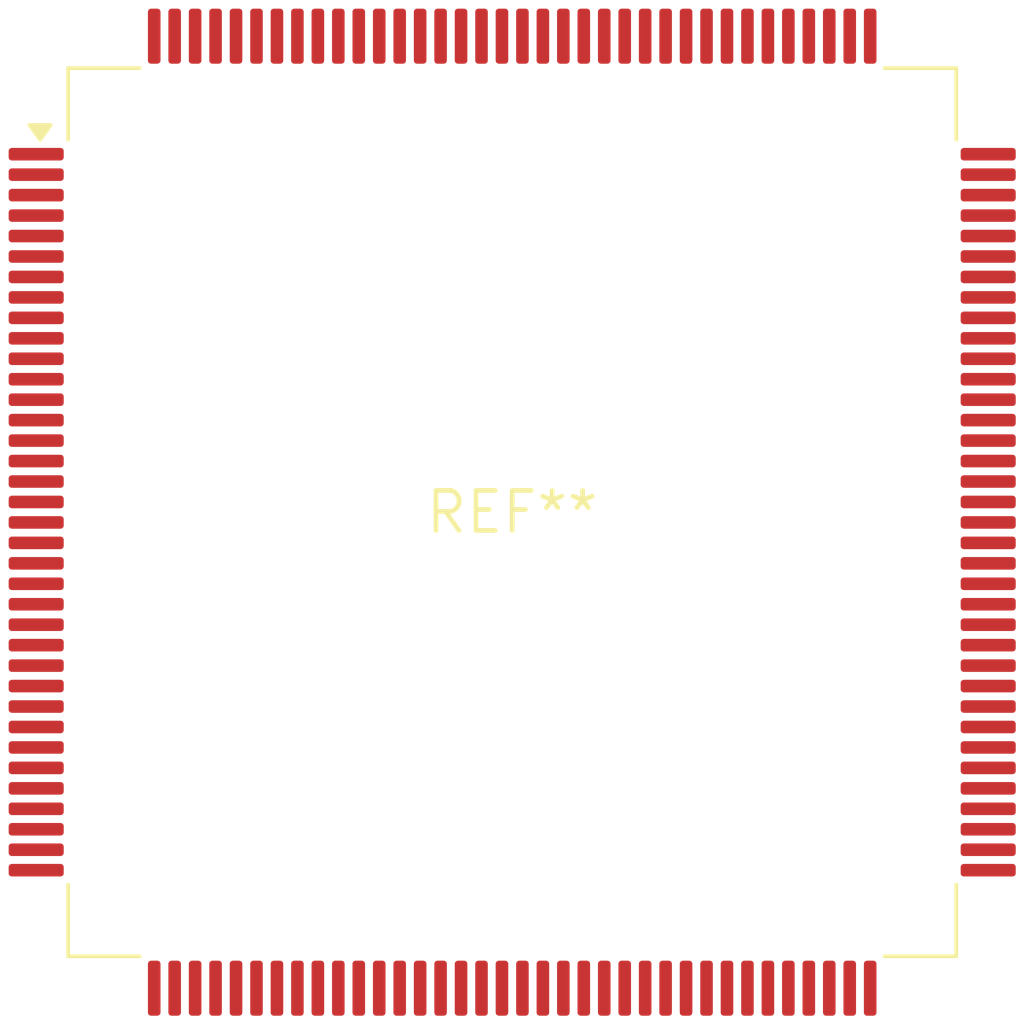
<source format=kicad_pcb>
(kicad_pcb (version 20240108) (generator pcbnew)
  (layers (0 "F.Cu" signal) (31 "B.Cu" signal) (34 "B.Paste" user) (35 "F.Paste" user) (36 "B.SilkS" user "B.Silkscreen") (37 "F.SilkS" user "F.Silkscreen") (38 "B.Mask" user) (39 "F.Mask" user) (44 "Edge.Cuts" user))
  (net 0 "")
  (footprint "PQFP-144_28x28mm_P0.65mm" (layer "F.Cu") (at 0 0)
    (property "Reference" "REF**")
    (property "Value" "PQFP-144_28x28mm_P0.65mm")
    (fp_line (start -14.11 -14.11) (end -14.11 -11.835) (layer "F.SilkS") (stroke (width 0.12)))
    (fp_line (start -14.11 14.11) (end -14.11 11.835) (layer "F.SilkS") (stroke (width 0.12)))
    (fp_line (start -11.835 -14.11) (end -14.11 -14.11) (layer "F.SilkS") (stroke (width 0.12)))
    (fp_line (start -11.835 14.11) (end -14.11 14.11) (layer "F.SilkS") (stroke (width 0.12)))
    (fp_line (start 11.835 -14.11) (end 14.11 -14.11) (layer "F.SilkS") (stroke (width 0.12)))
    (fp_line (start 11.835 14.11) (end 14.11 14.11) (layer "F.SilkS") (stroke (width 0.12)))
    (fp_line (start 14.11 -14.11) (end 14.11 -11.835) (layer "F.SilkS") (stroke (width 0.12)))
    (fp_line (start 14.11 14.11) (end 14.11 11.835) (layer "F.SilkS") (stroke (width 0.12)))
    (fp_poly (pts (xy -15 -11.835) (xy -15.34 -12.305) (xy -14.66 -12.305) (xy -15 -11.835)) (layer "F.SilkS") (stroke (width 0.12)) (fill solid))
    (pad "1" smd roundrect (at -15.125 -11.375) (size 1.75 0.4) (layers "F.Cu" "F.Paste" "F.Mask"))
    (pad "2" smd roundrect (at -15.125 -10.725) (size 1.75 0.4) (layers "F.Cu" "F.Paste" "F.Mask"))
    (pad "3" smd roundrect (at -15.125 -10.075) (size 1.75 0.4) (layers "F.Cu" "F.Paste" "F.Mask"))
    (pad "4" smd roundrect (at -15.125 -9.425) (size 1.75 0.4) (layers "F.Cu" "F.Paste" "F.Mask"))
    (pad "5" smd roundrect (at -15.125 -8.775) (size 1.75 0.4) (layers "F.Cu" "F.Paste" "F.Mask"))
    (pad "6" smd roundrect (at -15.125 -8.125) (size 1.75 0.4) (layers "F.Cu" "F.Paste" "F.Mask"))
    (pad "7" smd roundrect (at -15.125 -7.475) (size 1.75 0.4) (layers "F.Cu" "F.Paste" "F.Mask"))
    (pad "8" smd roundrect (at -15.125 -6.825) (size 1.75 0.4) (layers "F.Cu" "F.Paste" "F.Mask"))
    (pad "9" smd roundrect (at -15.125 -6.175) (size 1.75 0.4) (layers "F.Cu" "F.Paste" "F.Mask"))
    (pad "10" smd roundrect (at -15.125 -5.525) (size 1.75 0.4) (layers "F.Cu" "F.Paste" "F.Mask"))
    (pad "11" smd roundrect (at -15.125 -4.875) (size 1.75 0.4) (layers "F.Cu" "F.Paste" "F.Mask"))
    (pad "12" smd roundrect (at -15.125 -4.225) (size 1.75 0.4) (layers "F.Cu" "F.Paste" "F.Mask"))
    (pad "13" smd roundrect (at -15.125 -3.575) (size 1.75 0.4) (layers "F.Cu" "F.Paste" "F.Mask"))
    (pad "14" smd roundrect (at -15.125 -2.925) (size 1.75 0.4) (layers "F.Cu" "F.Paste" "F.Mask"))
    (pad "15" smd roundrect (at -15.125 -2.275) (size 1.75 0.4) (layers "F.Cu" "F.Paste" "F.Mask"))
    (pad "16" smd roundrect (at -15.125 -1.625) (size 1.75 0.4) (layers "F.Cu" "F.Paste" "F.Mask"))
    (pad "17" smd roundrect (at -15.125 -0.975) (size 1.75 0.4) (layers "F.Cu" "F.Paste" "F.Mask"))
    (pad "18" smd roundrect (at -15.125 -0.325) (size 1.75 0.4) (layers "F.Cu" "F.Paste" "F.Mask"))
    (pad "19" smd roundrect (at -15.125 0.325) (size 1.75 0.4) (layers "F.Cu" "F.Paste" "F.Mask"))
    (pad "20" smd roundrect (at -15.125 0.975) (size 1.75 0.4) (layers "F.Cu" "F.Paste" "F.Mask"))
    (pad "21" smd roundrect (at -15.125 1.625) (size 1.75 0.4) (layers "F.Cu" "F.Paste" "F.Mask"))
    (pad "22" smd roundrect (at -15.125 2.275) (size 1.75 0.4) (layers "F.Cu" "F.Paste" "F.Mask"))
    (pad "23" smd roundrect (at -15.125 2.925) (size 1.75 0.4) (layers "F.Cu" "F.Paste" "F.Mask"))
    (pad "24" smd roundrect (at -15.125 3.575) (size 1.75 0.4) (layers "F.Cu" "F.Paste" "F.Mask"))
    (pad "25" smd roundrect (at -15.125 4.225) (size 1.75 0.4) (layers "F.Cu" "F.Paste" "F.Mask"))
    (pad "26" smd roundrect (at -15.125 4.875) (size 1.75 0.4) (layers "F.Cu" "F.Paste" "F.Mask"))
    (pad "27" smd roundrect (at -15.125 5.525) (size 1.75 0.4) (layers "F.Cu" "F.Paste" "F.Mask"))
    (pad "28" smd roundrect (at -15.125 6.175) (size 1.75 0.4) (layers "F.Cu" "F.Paste" "F.Mask"))
    (pad "29" smd roundrect (at -15.125 6.825) (size 1.75 0.4) (layers "F.Cu" "F.Paste" "F.Mask"))
    (pad "30" smd roundrect (at -15.125 7.475) (size 1.75 0.4) (layers "F.Cu" "F.Paste" "F.Mask"))
    (pad "31" smd roundrect (at -15.125 8.125) (size 1.75 0.4) (layers "F.Cu" "F.Paste" "F.Mask"))
    (pad "32" smd roundrect (at -15.125 8.775) (size 1.75 0.4) (layers "F.Cu" "F.Paste" "F.Mask"))
    (pad "33" smd roundrect (at -15.125 9.425) (size 1.75 0.4) (layers "F.Cu" "F.Paste" "F.Mask"))
    (pad "34" smd roundrect (at -15.125 10.075) (size 1.75 0.4) (layers "F.Cu" "F.Paste" "F.Mask"))
    (pad "35" smd roundrect (at -15.125 10.725) (size 1.75 0.4) (layers "F.Cu" "F.Paste" "F.Mask"))
    (pad "36" smd roundrect (at -15.125 11.375) (size 1.75 0.4) (layers "F.Cu" "F.Paste" "F.Mask"))
    (pad "37" smd roundrect (at -11.375 15.125) (size 0.4 1.75) (layers "F.Cu" "F.Paste" "F.Mask"))
    (pad "38" smd roundrect (at -10.725 15.125) (size 0.4 1.75) (layers "F.Cu" "F.Paste" "F.Mask"))
    (pad "39" smd roundrect (at -10.075 15.125) (size 0.4 1.75) (layers "F.Cu" "F.Paste" "F.Mask"))
    (pad "40" smd roundrect (at -9.425 15.125) (size 0.4 1.75) (layers "F.Cu" "F.Paste" "F.Mask"))
    (pad "41" smd roundrect (at -8.775 15.125) (size 0.4 1.75) (layers "F.Cu" "F.Paste" "F.Mask"))
    (pad "42" smd roundrect (at -8.125 15.125) (size 0.4 1.75) (layers "F.Cu" "F.Paste" "F.Mask"))
    (pad "43" smd roundrect (at -7.475 15.125) (size 0.4 1.75) (layers "F.Cu" "F.Paste" "F.Mask"))
    (pad "44" smd roundrect (at -6.825 15.125) (size 0.4 1.75) (layers "F.Cu" "F.Paste" "F.Mask"))
    (pad "45" smd roundrect (at -6.175 15.125) (size 0.4 1.75) (layers "F.Cu" "F.Paste" "F.Mask"))
    (pad "46" smd roundrect (at -5.525 15.125) (size 0.4 1.75) (layers "F.Cu" "F.Paste" "F.Mask"))
    (pad "47" smd roundrect (at -4.875 15.125) (size 0.4 1.75) (layers "F.Cu" "F.Paste" "F.Mask"))
    (pad "48" smd roundrect (at -4.225 15.125) (size 0.4 1.75) (layers "F.Cu" "F.Paste" "F.Mask"))
    (pad "49" smd roundrect (at -3.575 15.125) (size 0.4 1.75) (layers "F.Cu" "F.Paste" "F.Mask"))
    (pad "50" smd roundrect (at -2.925 15.125) (size 0.4 1.75) (layers "F.Cu" "F.Paste" "F.Mask"))
    (pad "51" smd roundrect (at -2.275 15.125) (size 0.4 1.75) (layers "F.Cu" "F.Paste" "F.Mask"))
    (pad "52" smd roundrect (at -1.625 15.125) (size 0.4 1.75) (layers "F.Cu" "F.Paste" "F.Mask"))
    (pad "53" smd roundrect (at -0.975 15.125) (size 0.4 1.75) (layers "F.Cu" "F.Paste" "F.Mask"))
    (pad "54" smd roundrect (at -0.325 15.125) (size 0.4 1.75) (layers "F.Cu" "F.Paste" "F.Mask"))
    (pad "55" smd roundrect (at 0.325 15.125) (size 0.4 1.75) (layers "F.Cu" "F.Paste" "F.Mask"))
    (pad "56" smd roundrect (at 0.975 15.125) (size 0.4 1.75) (layers "F.Cu" "F.Paste" "F.Mask"))
    (pad "57" smd roundrect (at 1.625 15.125) (size 0.4 1.75) (layers "F.Cu" "F.Paste" "F.Mask"))
    (pad "58" smd roundrect (at 2.275 15.125) (size 0.4 1.75) (layers "F.Cu" "F.Paste" "F.Mask"))
    (pad "59" smd roundrect (at 2.925 15.125) (size 0.4 1.75) (layers "F.Cu" "F.Paste" "F.Mask"))
    (pad "60" smd roundrect (at 3.575 15.125) (size 0.4 1.75) (layers "F.Cu" "F.Paste" "F.Mask"))
    (pad "61" smd roundrect (at 4.225 15.125) (size 0.4 1.75) (layers "F.Cu" "F.Paste" "F.Mask"))
    (pad "62" smd roundrect (at 4.875 15.125) (size 0.4 1.75) (layers "F.Cu" "F.Paste" "F.Mask"))
    (pad "63" smd roundrect (at 5.525 15.125) (size 0.4 1.75) (layers "F.Cu" "F.Paste" "F.Mask"))
    (pad "64" smd roundrect (at 6.175 15.125) (size 0.4 1.75) (layers "F.Cu" "F.Paste" "F.Mask"))
    (pad "65" smd roundrect (at 6.825 15.125) (size 0.4 1.75) (layers "F.Cu" "F.Paste" "F.Mask"))
    (pad "66" smd roundrect (at 7.475 15.125) (size 0.4 1.75) (layers "F.Cu" "F.Paste" "F.Mask"))
    (pad "67" smd roundrect (at 8.125 15.125) (size 0.4 1.75) (layers "F.Cu" "F.Paste" "F.Mask"))
    (pad "68" smd roundrect (at 8.775 15.125) (size 0.4 1.75) (layers "F.Cu" "F.Paste" "F.Mask"))
    (pad "69" smd roundrect (at 9.425 15.125) (size 0.4 1.75) (layers "F.Cu" "F.Paste" "F.Mask"))
    (pad "70" smd roundrect (at 10.075 15.125) (size 0.4 1.75) (layers "F.Cu" "F.Paste" "F.Mask"))
    (pad "71" smd roundrect (at 10.725 15.125) (size 0.4 1.75) (layers "F.Cu" "F.Paste" "F.Mask"))
    (pad "72" smd roundrect (at 11.375 15.125) (size 0.4 1.75) (layers "F.Cu" "F.Paste" "F.Mask"))
    (pad "73" smd roundrect (at 15.125 11.375) (size 1.75 0.4) (layers "F.Cu" "F.Paste" "F.Mask"))
    (pad "74" smd roundrect (at 15.125 10.725) (size 1.75 0.4) (layers "F.Cu" "F.Paste" "F.Mask"))
    (pad "75" smd roundrect (at 15.125 10.075) (size 1.75 0.4) (layers "F.Cu" "F.Paste" "F.Mask"))
    (pad "76" smd roundrect (at 15.125 9.425) (size 1.75 0.4) (layers "F.Cu" "F.Paste" "F.Mask"))
    (pad "77" smd roundrect (at 15.125 8.775) (size 1.75 0.4) (layers "F.Cu" "F.Paste" "F.Mask"))
    (pad "78" smd roundrect (at 15.125 8.125) (size 1.75 0.4) (layers "F.Cu" "F.Paste" "F.Mask"))
    (pad "79" smd roundrect (at 15.125 7.475) (size 1.75 0.4) (layers "F.Cu" "F.Paste" "F.Mask"))
    (pad "80" smd roundrect (at 15.125 6.825) (size 1.75 0.4) (layers "F.Cu" "F.Paste" "F.Mask"))
    (pad "81" smd roundrect (at 15.125 6.175) (size 1.75 0.4) (layers "F.Cu" "F.Paste" "F.Mask"))
    (pad "82" smd roundrect (at 15.125 5.525) (size 1.75 0.4) (layers "F.Cu" "F.Paste" "F.Mask"))
    (pad "83" smd roundrect (at 15.125 4.875) (size 1.75 0.4) (layers "F.Cu" "F.Paste" "F.Mask"))
    (pad "84" smd roundrect (at 15.125 4.225) (size 1.75 0.4) (layers "F.Cu" "F.Paste" "F.Mask"))
    (pad "85" smd roundrect (at 15.125 3.575) (size 1.75 0.4) (layers "F.Cu" "F.Paste" "F.Mask"))
    (pad "86" smd roundrect (at 15.125 2.925) (size 1.75 0.4) (layers "F.Cu" "F.Paste" "F.Mask"))
    (pad "87" smd roundrect (at 15.125 2.275) (size 1.75 0.4) (layers "F.Cu" "F.Paste" "F.Mask"))
    (pad "88" smd roundrect (at 15.125 1.625) (size 1.75 0.4) (layers "F.Cu" "F.Paste" "F.Mask"))
    (pad "89" smd roundrect (at 15.125 0.975) (size 1.75 0.4) (layers "F.Cu" "F.Paste" "F.Mask"))
    (pad "90" smd roundrect (at 15.125 0.325) (size 1.75 0.4) (layers "F.Cu" "F.Paste" "F.Mask"))
    (pad "91" smd roundrect (at 15.125 -0.325) (size 1.75 0.4) (layers "F.Cu" "F.Paste" "F.Mask"))
    (pad "92" smd roundrect (at 15.125 -0.975) (size 1.75 0.4) (layers "F.Cu" "F.Paste" "F.Mask"))
    (pad "93" smd roundrect (at 15.125 -1.625) (size 1.75 0.4) (layers "F.Cu" "F.Paste" "F.Mask"))
    (pad "94" smd roundrect (at 15.125 -2.275) (size 1.75 0.4) (layers "F.Cu" "F.Paste" "F.Mask"))
    (pad "95" smd roundrect (at 15.125 -2.925) (size 1.75 0.4) (layers "F.Cu" "F.Paste" "F.Mask"))
    (pad "96" smd roundrect (at 15.125 -3.575) (size 1.75 0.4) (layers "F.Cu" "F.Paste" "F.Mask"))
    (pad "97" smd roundrect (at 15.125 -4.225) (size 1.75 0.4) (layers "F.Cu" "F.Paste" "F.Mask"))
    (pad "98" smd roundrect (at 15.125 -4.875) (size 1.75 0.4) (layers "F.Cu" "F.Paste" "F.Mask"))
    (pad "99" smd roundrect (at 15.125 -5.525) (size 1.75 0.4) (layers "F.Cu" "F.Paste" "F.Mask"))
    (pad "100" smd roundrect (at 15.125 -6.175) (size 1.75 0.4) (layers "F.Cu" "F.Paste" "F.Mask"))
    (pad "101" smd roundrect (at 15.125 -6.825) (size 1.75 0.4) (layers "F.Cu" "F.Paste" "F.Mask"))
    (pad "102" smd roundrect (at 15.125 -7.475) (size 1.75 0.4) (layers "F.Cu" "F.Paste" "F.Mask"))
    (pad "103" smd roundrect (at 15.125 -8.125) (size 1.75 0.4) (layers "F.Cu" "F.Paste" "F.Mask"))
    (pad "104" smd roundrect (at 15.125 -8.775) (size 1.75 0.4) (layers "F.Cu" "F.Paste" "F.Mask"))
    (pad "105" smd roundrect (at 15.125 -9.425) (size 1.75 0.4) (layers "F.Cu" "F.Paste" "F.Mask"))
    (pad "106" smd roundrect (at 15.125 -10.075) (size 1.75 0.4) (layers "F.Cu" "F.Paste" "F.Mask"))
    (pad "107" smd roundrect (at 15.125 -10.725) (size 1.75 0.4) (layers "F.Cu" "F.Paste" "F.Mask"))
    (pad "108" smd roundrect (at 15.125 -11.375) (size 1.75 0.4) (layers "F.Cu" "F.Paste" "F.Mask"))
    (pad "109" smd roundrect (at 11.375 -15.125) (size 0.4 1.75) (layers "F.Cu" "F.Paste" "F.Mask"))
    (pad "110" smd roundrect (at 10.725 -15.125) (size 0.4 1.75) (layers "F.Cu" "F.Paste" "F.Mask"))
    (pad "111" smd roundrect (at 10.075 -15.125) (size 0.4 1.75) (layers "F.Cu" "F.Paste" "F.Mask"))
    (pad "112" smd roundrect (at 9.425 -15.125) (size 0.4 1.75) (layers "F.Cu" "F.Paste" "F.Mask"))
    (pad "113" smd roundrect (at 8.775 -15.125) (size 0.4 1.75) (layers "F.Cu" "F.Paste" "F.Mask"))
    (pad "114" smd roundrect (at 8.125 -15.125) (size 0.4 1.75) (layers "F.Cu" "F.Paste" "F.Mask"))
    (pad "115" smd roundrect (at 7.475 -15.125) (size 0.4 1.75) (layers "F.Cu" "F.Paste" "F.Mask"))
    (pad "116" smd roundrect (at 6.825 -15.125) (size 0.4 1.75) (layers "F.Cu" "F.Paste" "F.Mask"))
    (pad "117" smd roundrect (at 6.175 -15.125) (size 0.4 1.75) (layers "F.Cu" "F.Paste" "F.Mask"))
    (pad "118" smd roundrect (at 5.525 -15.125) (size 0.4 1.75) (layers "F.Cu" "F.Paste" "F.Mask"))
    (pad "119" smd roundrect (at 4.875 -15.125) (size 0.4 1.75) (layers "F.Cu" "F.Paste" "F.Mask"))
    (pad "120" smd roundrect (at 4.225 -15.125) (size 0.4 1.75) (layers "F.Cu" "F.Paste" "F.Mask"))
    (pad "121" smd roundrect (at 3.575 -15.125) (size 0.4 1.75) (layers "F.Cu" "F.Paste" "F.Mask"))
    (pad "122" smd roundrect (at 2.925 -15.125) (size 0.4 1.75) (layers "F.Cu" "F.Paste" "F.Mask"))
    (pad "123" smd roundrect (at 2.275 -15.125) (size 0.4 1.75) (layers "F.Cu" "F.Paste" "F.Mask"))
    (pad "124" smd roundrect (at 1.625 -15.125) (size 0.4 1.75) (layers "F.Cu" "F.Paste" "F.Mask"))
    (pad "125" smd roundrect (at 0.975 -15.125) (size 0.4 1.75) (layers "F.Cu" "F.Paste" "F.Mask"))
    (pad "126" smd roundrect (at 0.325 -15.125) (size 0.4 1.75) (layers "F.Cu" "F.Paste" "F.Mask"))
    (pad "127" smd roundrect (at -0.325 -15.125) (size 0.4 1.75) (layers "F.Cu" "F.Paste" "F.Mask"))
    (pad "128" smd roundrect (at -0.975 -15.125) (size 0.4 1.75) (layers "F.Cu" "F.Paste" "F.Mask"))
    (pad "129" smd roundrect (at -1.625 -15.125) (size 0.4 1.75) (layers "F.Cu" "F.Paste" "F.Mask"))
    (pad "130" smd roundrect (at -2.275 -15.125) (size 0.4 1.75) (layers "F.Cu" "F.Paste" "F.Mask"))
    (pad "131" smd roundrect (at -2.925 -15.125) (size 0.4 1.75) (layers "F.Cu" "F.Paste" "F.Mask"))
    (pad "132" smd roundrect (at -3.575 -15.125) (size 0.4 1.75) (layers "F.Cu" "F.Paste" "F.Mask"))
    (pad "133" smd roundrect (at -4.225 -15.125) (size 0.4 1.75) (layers "F.Cu" "F.Paste" "F.Mask"))
    (pad "134" smd roundrect (at -4.875 -15.125) (size 0.4 1.75) (layers "F.Cu" "F.Paste" "F.Mask"))
    (pad "135" smd roundrect (at -5.525 -15.125) (size 0.4 1.75) (layers "F.Cu" "F.Paste" "F.Mask"))
    (pad "136" smd roundrect (at -6.175 -15.125) (size 0.4 1.75) (layers "F.Cu" "F.Paste" "F.Mask"))
    (pad "137" smd roundrect (at -6.825 -15.125) (size 0.4 1.75) (layers "F.Cu" "F.Paste" "F.Mask"))
    (pad "138" smd roundrect (at -7.475 -15.125) (size 0.4 1.75) (layers "F.Cu" "F.Paste" "F.Mask"))
    (pad "139" smd roundrect (at -8.125 -15.125) (size 0.4 1.75) (layers "F.Cu" "F.Paste" "F.Mask"))
    (pad "140" smd roundrect (at -8.775 -15.125) (size 0.4 1.75) (layers "F.Cu" "F.Paste" "F.Mask"))
    (pad "141" smd roundrect (at -9.425 -15.125) (size 0.4 1.75) (layers "F.Cu" "F.Paste" "F.Mask"))
    (pad "142" smd roundrect (at -10.075 -15.125) (size 0.4 1.75) (layers "F.Cu" "F.Paste" "F.Mask"))
    (pad "143" smd roundrect (at -10.725 -15.125) (size 0.4 1.75) (layers "F.Cu" "F.Paste" "F.Mask"))
    (pad "144" smd roundrect (at -11.375 -15.125) (size 0.4 1.75) (layers "F.Cu" "F.Paste" "F.Mask"))
  )
)
</source>
